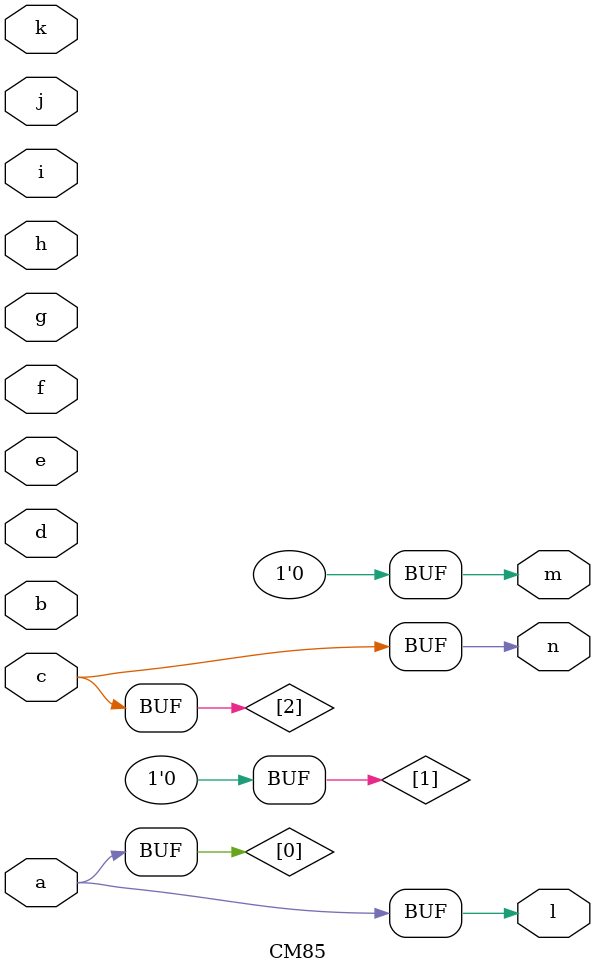
<source format=v>
/* Generated by Yosys 0.9 (git sha1 1979e0b1, gcc 8.3.0-6 -fPIC -Os) */

(* src = "LGSynth91/cm85a_orig.v:2" *)
(* top =  1  *)
module CM85(a, b, c, d, e, f, g, h, i, j, k, l, m, n);
  wire _00_;
  wire _01_;
  wire _02_;
  wire _03_;
  wire _04_;
  wire _05_;
  wire _06_;
  wire _07_;
  wire _08_;
  wire _09_;
  wire _10_;
  wire _11_;
  wire _12_;
  wire _13_;
  wire _14_;
  (* src = "LGSynth91/cm85a_orig.v:19" *)
  wire \[0] ;
  (* src = "LGSynth91/cm85a_orig.v:19" *)
  wire \[1] ;
  (* src = "LGSynth91/cm85a_orig.v:19" *)
  wire \[2] ;
  (* src = "LGSynth91/cm85a_orig.v:3" *)
  input a;
  (* src = "LGSynth91/cm85a_orig.v:3" *)
  input b;
  (* src = "LGSynth91/cm85a_orig.v:3" *)
  input c;
  (* src = "LGSynth91/cm85a_orig.v:3" *)
  input d;
  (* src = "LGSynth91/cm85a_orig.v:3" *)
  input e;
  (* src = "LGSynth91/cm85a_orig.v:3" *)
  input f;
  (* src = "LGSynth91/cm85a_orig.v:3" *)
  input g;
  (* src = "LGSynth91/cm85a_orig.v:3" *)
  input h;
  (* src = "LGSynth91/cm85a_orig.v:3" *)
  input i;
  (* src = "LGSynth91/cm85a_orig.v:3" *)
  input j;
  (* src = "LGSynth91/cm85a_orig.v:3" *)
  input k;
  (* src = "LGSynth91/cm85a_orig.v:15" *)
  output l;
  (* src = "LGSynth91/cm85a_orig.v:15" *)
  output m;
  (* src = "LGSynth91/cm85a_orig.v:15" *)
  output n;
  assign _12_ = _03_ & _01_;
  assign _13_ = _04_ & _08_;
  assign _10_ = _05_ & _09_;
  assign _11_ = _06_ & _10_;
  assign m = 1'h0 & _11_;
  assign _14_ = _07_ & _02_;
  assign _03_ = ~1'h0;
  assign l = ~_12_;
  assign _04_ = ~i;
  assign _08_ = ~h;
  assign _00_ = ~_13_;
  assign _01_ = ~a;
  assign _06_ = ~_00_;
  assign _05_ = ~k;
  assign _09_ = ~j;
  assign _07_ = ~1'h0;
  assign n = ~_14_;
  assign _02_ = ~c;
  assign \[0]  = l;
  assign \[1]  = m;
  assign \[2]  = n;
endmodule

</source>
